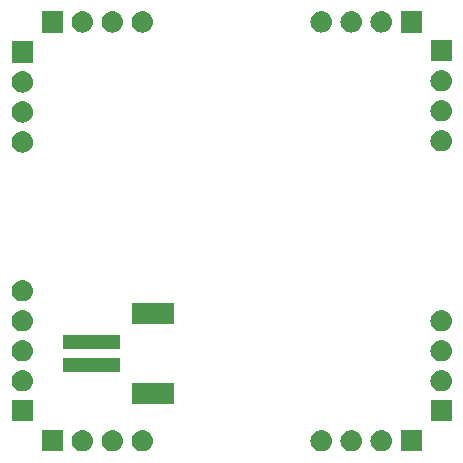
<source format=gbs>
G04 #@! TF.GenerationSoftware,KiCad,Pcbnew,5.0.2-5.0.2*
G04 #@! TF.CreationDate,2019-03-07T18:12:43+01:00*
G04 #@! TF.ProjectId,battery-manager,62617474-6572-4792-9d6d-616e61676572,rev?*
G04 #@! TF.SameCoordinates,PX7270e00PY5f5e100*
G04 #@! TF.FileFunction,Soldermask,Bot*
G04 #@! TF.FilePolarity,Negative*
%FSLAX46Y46*%
G04 Gerber Fmt 4.6, Leading zero omitted, Abs format (unit mm)*
G04 Created by KiCad (PCBNEW 5.0.2-5.0.2) date Do 07 Mär 2019 18:12:43 CET*
%MOMM*%
%LPD*%
G01*
G04 APERTURE LIST*
%ADD10C,0.100000*%
G04 APERTURE END LIST*
D10*
G36*
X35091000Y369000D02*
X33289000Y369000D01*
X33289000Y2171000D01*
X35091000Y2171000D01*
X35091000Y369000D01*
X35091000Y369000D01*
G37*
G36*
X31760442Y2164482D02*
X31826627Y2157963D01*
X31939853Y2123616D01*
X31996467Y2106443D01*
X32135087Y2032348D01*
X32152991Y2022778D01*
X32188729Y1993448D01*
X32290186Y1910186D01*
X32373448Y1808729D01*
X32402778Y1772991D01*
X32402779Y1772989D01*
X32486443Y1616467D01*
X32486443Y1616466D01*
X32537963Y1446627D01*
X32555359Y1270000D01*
X32537963Y1093373D01*
X32503616Y980147D01*
X32486443Y923533D01*
X32412348Y784913D01*
X32402778Y767009D01*
X32373448Y731271D01*
X32290186Y629814D01*
X32188729Y546552D01*
X32152991Y517222D01*
X32152989Y517221D01*
X31996467Y433557D01*
X31939853Y416384D01*
X31826627Y382037D01*
X31760442Y375518D01*
X31694260Y369000D01*
X31605740Y369000D01*
X31539557Y375519D01*
X31473373Y382037D01*
X31360147Y416384D01*
X31303533Y433557D01*
X31147011Y517221D01*
X31147009Y517222D01*
X31111271Y546552D01*
X31009814Y629814D01*
X30926552Y731271D01*
X30897222Y767009D01*
X30887652Y784913D01*
X30813557Y923533D01*
X30796384Y980147D01*
X30762037Y1093373D01*
X30744641Y1270000D01*
X30762037Y1446627D01*
X30813557Y1616466D01*
X30813557Y1616467D01*
X30897221Y1772989D01*
X30897222Y1772991D01*
X30926552Y1808729D01*
X31009814Y1910186D01*
X31111271Y1993448D01*
X31147009Y2022778D01*
X31164913Y2032348D01*
X31303533Y2106443D01*
X31360147Y2123616D01*
X31473373Y2157963D01*
X31539558Y2164482D01*
X31605740Y2171000D01*
X31694260Y2171000D01*
X31760442Y2164482D01*
X31760442Y2164482D01*
G37*
G36*
X11540442Y2164482D02*
X11606627Y2157963D01*
X11719853Y2123616D01*
X11776467Y2106443D01*
X11915087Y2032348D01*
X11932991Y2022778D01*
X11968729Y1993448D01*
X12070186Y1910186D01*
X12153448Y1808729D01*
X12182778Y1772991D01*
X12182779Y1772989D01*
X12266443Y1616467D01*
X12266443Y1616466D01*
X12317963Y1446627D01*
X12335359Y1270000D01*
X12317963Y1093373D01*
X12283616Y980147D01*
X12266443Y923533D01*
X12192348Y784913D01*
X12182778Y767009D01*
X12153448Y731271D01*
X12070186Y629814D01*
X11968729Y546552D01*
X11932991Y517222D01*
X11932989Y517221D01*
X11776467Y433557D01*
X11719853Y416384D01*
X11606627Y382037D01*
X11540442Y375518D01*
X11474260Y369000D01*
X11385740Y369000D01*
X11319557Y375519D01*
X11253373Y382037D01*
X11140147Y416384D01*
X11083533Y433557D01*
X10927011Y517221D01*
X10927009Y517222D01*
X10891271Y546552D01*
X10789814Y629814D01*
X10706552Y731271D01*
X10677222Y767009D01*
X10667652Y784913D01*
X10593557Y923533D01*
X10576384Y980147D01*
X10542037Y1093373D01*
X10524641Y1270000D01*
X10542037Y1446627D01*
X10593557Y1616466D01*
X10593557Y1616467D01*
X10677221Y1772989D01*
X10677222Y1772991D01*
X10706552Y1808729D01*
X10789814Y1910186D01*
X10891271Y1993448D01*
X10927009Y2022778D01*
X10944913Y2032348D01*
X11083533Y2106443D01*
X11140147Y2123616D01*
X11253373Y2157963D01*
X11319558Y2164482D01*
X11385740Y2171000D01*
X11474260Y2171000D01*
X11540442Y2164482D01*
X11540442Y2164482D01*
G37*
G36*
X9000442Y2164482D02*
X9066627Y2157963D01*
X9179853Y2123616D01*
X9236467Y2106443D01*
X9375087Y2032348D01*
X9392991Y2022778D01*
X9428729Y1993448D01*
X9530186Y1910186D01*
X9613448Y1808729D01*
X9642778Y1772991D01*
X9642779Y1772989D01*
X9726443Y1616467D01*
X9726443Y1616466D01*
X9777963Y1446627D01*
X9795359Y1270000D01*
X9777963Y1093373D01*
X9743616Y980147D01*
X9726443Y923533D01*
X9652348Y784913D01*
X9642778Y767009D01*
X9613448Y731271D01*
X9530186Y629814D01*
X9428729Y546552D01*
X9392991Y517222D01*
X9392989Y517221D01*
X9236467Y433557D01*
X9179853Y416384D01*
X9066627Y382037D01*
X9000442Y375518D01*
X8934260Y369000D01*
X8845740Y369000D01*
X8779557Y375519D01*
X8713373Y382037D01*
X8600147Y416384D01*
X8543533Y433557D01*
X8387011Y517221D01*
X8387009Y517222D01*
X8351271Y546552D01*
X8249814Y629814D01*
X8166552Y731271D01*
X8137222Y767009D01*
X8127652Y784913D01*
X8053557Y923533D01*
X8036384Y980147D01*
X8002037Y1093373D01*
X7984641Y1270000D01*
X8002037Y1446627D01*
X8053557Y1616466D01*
X8053557Y1616467D01*
X8137221Y1772989D01*
X8137222Y1772991D01*
X8166552Y1808729D01*
X8249814Y1910186D01*
X8351271Y1993448D01*
X8387009Y2022778D01*
X8404913Y2032348D01*
X8543533Y2106443D01*
X8600147Y2123616D01*
X8713373Y2157963D01*
X8779558Y2164482D01*
X8845740Y2171000D01*
X8934260Y2171000D01*
X9000442Y2164482D01*
X9000442Y2164482D01*
G37*
G36*
X6460442Y2164482D02*
X6526627Y2157963D01*
X6639853Y2123616D01*
X6696467Y2106443D01*
X6835087Y2032348D01*
X6852991Y2022778D01*
X6888729Y1993448D01*
X6990186Y1910186D01*
X7073448Y1808729D01*
X7102778Y1772991D01*
X7102779Y1772989D01*
X7186443Y1616467D01*
X7186443Y1616466D01*
X7237963Y1446627D01*
X7255359Y1270000D01*
X7237963Y1093373D01*
X7203616Y980147D01*
X7186443Y923533D01*
X7112348Y784913D01*
X7102778Y767009D01*
X7073448Y731271D01*
X6990186Y629814D01*
X6888729Y546552D01*
X6852991Y517222D01*
X6852989Y517221D01*
X6696467Y433557D01*
X6639853Y416384D01*
X6526627Y382037D01*
X6460442Y375518D01*
X6394260Y369000D01*
X6305740Y369000D01*
X6239557Y375519D01*
X6173373Y382037D01*
X6060147Y416384D01*
X6003533Y433557D01*
X5847011Y517221D01*
X5847009Y517222D01*
X5811271Y546552D01*
X5709814Y629814D01*
X5626552Y731271D01*
X5597222Y767009D01*
X5587652Y784913D01*
X5513557Y923533D01*
X5496384Y980147D01*
X5462037Y1093373D01*
X5444641Y1270000D01*
X5462037Y1446627D01*
X5513557Y1616466D01*
X5513557Y1616467D01*
X5597221Y1772989D01*
X5597222Y1772991D01*
X5626552Y1808729D01*
X5709814Y1910186D01*
X5811271Y1993448D01*
X5847009Y2022778D01*
X5864913Y2032348D01*
X6003533Y2106443D01*
X6060147Y2123616D01*
X6173373Y2157963D01*
X6239558Y2164482D01*
X6305740Y2171000D01*
X6394260Y2171000D01*
X6460442Y2164482D01*
X6460442Y2164482D01*
G37*
G36*
X4711000Y369000D02*
X2909000Y369000D01*
X2909000Y2171000D01*
X4711000Y2171000D01*
X4711000Y369000D01*
X4711000Y369000D01*
G37*
G36*
X26680442Y2164482D02*
X26746627Y2157963D01*
X26859853Y2123616D01*
X26916467Y2106443D01*
X27055087Y2032348D01*
X27072991Y2022778D01*
X27108729Y1993448D01*
X27210186Y1910186D01*
X27293448Y1808729D01*
X27322778Y1772991D01*
X27322779Y1772989D01*
X27406443Y1616467D01*
X27406443Y1616466D01*
X27457963Y1446627D01*
X27475359Y1270000D01*
X27457963Y1093373D01*
X27423616Y980147D01*
X27406443Y923533D01*
X27332348Y784913D01*
X27322778Y767009D01*
X27293448Y731271D01*
X27210186Y629814D01*
X27108729Y546552D01*
X27072991Y517222D01*
X27072989Y517221D01*
X26916467Y433557D01*
X26859853Y416384D01*
X26746627Y382037D01*
X26680442Y375518D01*
X26614260Y369000D01*
X26525740Y369000D01*
X26459557Y375519D01*
X26393373Y382037D01*
X26280147Y416384D01*
X26223533Y433557D01*
X26067011Y517221D01*
X26067009Y517222D01*
X26031271Y546552D01*
X25929814Y629814D01*
X25846552Y731271D01*
X25817222Y767009D01*
X25807652Y784913D01*
X25733557Y923533D01*
X25716384Y980147D01*
X25682037Y1093373D01*
X25664641Y1270000D01*
X25682037Y1446627D01*
X25733557Y1616466D01*
X25733557Y1616467D01*
X25817221Y1772989D01*
X25817222Y1772991D01*
X25846552Y1808729D01*
X25929814Y1910186D01*
X26031271Y1993448D01*
X26067009Y2022778D01*
X26084913Y2032348D01*
X26223533Y2106443D01*
X26280147Y2123616D01*
X26393373Y2157963D01*
X26459558Y2164482D01*
X26525740Y2171000D01*
X26614260Y2171000D01*
X26680442Y2164482D01*
X26680442Y2164482D01*
G37*
G36*
X29220442Y2164482D02*
X29286627Y2157963D01*
X29399853Y2123616D01*
X29456467Y2106443D01*
X29595087Y2032348D01*
X29612991Y2022778D01*
X29648729Y1993448D01*
X29750186Y1910186D01*
X29833448Y1808729D01*
X29862778Y1772991D01*
X29862779Y1772989D01*
X29946443Y1616467D01*
X29946443Y1616466D01*
X29997963Y1446627D01*
X30015359Y1270000D01*
X29997963Y1093373D01*
X29963616Y980147D01*
X29946443Y923533D01*
X29872348Y784913D01*
X29862778Y767009D01*
X29833448Y731271D01*
X29750186Y629814D01*
X29648729Y546552D01*
X29612991Y517222D01*
X29612989Y517221D01*
X29456467Y433557D01*
X29399853Y416384D01*
X29286627Y382037D01*
X29220442Y375518D01*
X29154260Y369000D01*
X29065740Y369000D01*
X28999557Y375519D01*
X28933373Y382037D01*
X28820147Y416384D01*
X28763533Y433557D01*
X28607011Y517221D01*
X28607009Y517222D01*
X28571271Y546552D01*
X28469814Y629814D01*
X28386552Y731271D01*
X28357222Y767009D01*
X28347652Y784913D01*
X28273557Y923533D01*
X28256384Y980147D01*
X28222037Y1093373D01*
X28204641Y1270000D01*
X28222037Y1446627D01*
X28273557Y1616466D01*
X28273557Y1616467D01*
X28357221Y1772989D01*
X28357222Y1772991D01*
X28386552Y1808729D01*
X28469814Y1910186D01*
X28571271Y1993448D01*
X28607009Y2022778D01*
X28624913Y2032348D01*
X28763533Y2106443D01*
X28820147Y2123616D01*
X28933373Y2157963D01*
X28999558Y2164482D01*
X29065740Y2171000D01*
X29154260Y2171000D01*
X29220442Y2164482D01*
X29220442Y2164482D01*
G37*
G36*
X2171000Y2909000D02*
X369000Y2909000D01*
X369000Y4711000D01*
X2171000Y4711000D01*
X2171000Y2909000D01*
X2171000Y2909000D01*
G37*
G36*
X37631000Y2909000D02*
X35829000Y2909000D01*
X35829000Y4711000D01*
X37631000Y4711000D01*
X37631000Y2909000D01*
X37631000Y2909000D01*
G37*
G36*
X14122629Y4348991D02*
X10520909Y4348991D01*
X10520909Y6149851D01*
X14122629Y6149851D01*
X14122629Y4348991D01*
X14122629Y4348991D01*
G37*
G36*
X36840442Y7244482D02*
X36906627Y7237963D01*
X37019853Y7203616D01*
X37076467Y7186443D01*
X37215087Y7112348D01*
X37232991Y7102778D01*
X37268729Y7073448D01*
X37370186Y6990186D01*
X37453448Y6888729D01*
X37482778Y6852991D01*
X37482779Y6852989D01*
X37566443Y6696467D01*
X37566443Y6696466D01*
X37617963Y6526627D01*
X37635359Y6350000D01*
X37617963Y6173373D01*
X37583616Y6060147D01*
X37566443Y6003533D01*
X37492348Y5864913D01*
X37482778Y5847009D01*
X37453448Y5811271D01*
X37370186Y5709814D01*
X37268729Y5626552D01*
X37232991Y5597222D01*
X37232989Y5597221D01*
X37076467Y5513557D01*
X37019853Y5496384D01*
X36906627Y5462037D01*
X36840442Y5455518D01*
X36774260Y5449000D01*
X36685740Y5449000D01*
X36619558Y5455518D01*
X36553373Y5462037D01*
X36440147Y5496384D01*
X36383533Y5513557D01*
X36227011Y5597221D01*
X36227009Y5597222D01*
X36191271Y5626552D01*
X36089814Y5709814D01*
X36006552Y5811271D01*
X35977222Y5847009D01*
X35967652Y5864913D01*
X35893557Y6003533D01*
X35876384Y6060147D01*
X35842037Y6173373D01*
X35824641Y6350000D01*
X35842037Y6526627D01*
X35893557Y6696466D01*
X35893557Y6696467D01*
X35977221Y6852989D01*
X35977222Y6852991D01*
X36006552Y6888729D01*
X36089814Y6990186D01*
X36191271Y7073448D01*
X36227009Y7102778D01*
X36244913Y7112348D01*
X36383533Y7186443D01*
X36440147Y7203616D01*
X36553373Y7237963D01*
X36619558Y7244482D01*
X36685740Y7251000D01*
X36774260Y7251000D01*
X36840442Y7244482D01*
X36840442Y7244482D01*
G37*
G36*
X1380442Y7244482D02*
X1446627Y7237963D01*
X1559853Y7203616D01*
X1616467Y7186443D01*
X1755087Y7112348D01*
X1772991Y7102778D01*
X1808729Y7073448D01*
X1910186Y6990186D01*
X1993448Y6888729D01*
X2022778Y6852991D01*
X2022779Y6852989D01*
X2106443Y6696467D01*
X2106443Y6696466D01*
X2157963Y6526627D01*
X2175359Y6350000D01*
X2157963Y6173373D01*
X2123616Y6060147D01*
X2106443Y6003533D01*
X2032348Y5864913D01*
X2022778Y5847009D01*
X1993448Y5811271D01*
X1910186Y5709814D01*
X1808729Y5626552D01*
X1772991Y5597222D01*
X1772989Y5597221D01*
X1616467Y5513557D01*
X1559853Y5496384D01*
X1446627Y5462037D01*
X1380442Y5455518D01*
X1314260Y5449000D01*
X1225740Y5449000D01*
X1159558Y5455518D01*
X1093373Y5462037D01*
X980147Y5496384D01*
X923533Y5513557D01*
X767011Y5597221D01*
X767009Y5597222D01*
X731271Y5626552D01*
X629814Y5709814D01*
X546552Y5811271D01*
X517222Y5847009D01*
X507652Y5864913D01*
X433557Y6003533D01*
X416384Y6060147D01*
X382037Y6173373D01*
X364641Y6350000D01*
X382037Y6526627D01*
X433557Y6696466D01*
X433557Y6696467D01*
X517221Y6852989D01*
X517222Y6852991D01*
X546552Y6888729D01*
X629814Y6990186D01*
X731271Y7073448D01*
X767009Y7102778D01*
X784913Y7112348D01*
X923533Y7186443D01*
X980147Y7203616D01*
X1093373Y7237963D01*
X1159558Y7244482D01*
X1225740Y7251000D01*
X1314260Y7251000D01*
X1380442Y7244482D01*
X1380442Y7244482D01*
G37*
G36*
X9526499Y7049011D02*
X4723359Y7049011D01*
X4723359Y8250431D01*
X9526499Y8250431D01*
X9526499Y7049011D01*
X9526499Y7049011D01*
G37*
G36*
X36840442Y9784482D02*
X36906627Y9777963D01*
X37019853Y9743616D01*
X37076467Y9726443D01*
X37215087Y9652348D01*
X37232991Y9642778D01*
X37268729Y9613448D01*
X37370186Y9530186D01*
X37453448Y9428729D01*
X37482778Y9392991D01*
X37482779Y9392989D01*
X37566443Y9236467D01*
X37566443Y9236466D01*
X37617963Y9066627D01*
X37635359Y8890000D01*
X37617963Y8713373D01*
X37583616Y8600147D01*
X37566443Y8543533D01*
X37492348Y8404913D01*
X37482778Y8387009D01*
X37453448Y8351271D01*
X37370186Y8249814D01*
X37268729Y8166552D01*
X37232991Y8137222D01*
X37232989Y8137221D01*
X37076467Y8053557D01*
X37019853Y8036384D01*
X36906627Y8002037D01*
X36840442Y7995518D01*
X36774260Y7989000D01*
X36685740Y7989000D01*
X36619558Y7995518D01*
X36553373Y8002037D01*
X36440147Y8036384D01*
X36383533Y8053557D01*
X36227011Y8137221D01*
X36227009Y8137222D01*
X36191271Y8166552D01*
X36089814Y8249814D01*
X36006552Y8351271D01*
X35977222Y8387009D01*
X35967652Y8404913D01*
X35893557Y8543533D01*
X35876384Y8600147D01*
X35842037Y8713373D01*
X35824641Y8890000D01*
X35842037Y9066627D01*
X35893557Y9236466D01*
X35893557Y9236467D01*
X35977221Y9392989D01*
X35977222Y9392991D01*
X36006552Y9428729D01*
X36089814Y9530186D01*
X36191271Y9613448D01*
X36227009Y9642778D01*
X36244913Y9652348D01*
X36383533Y9726443D01*
X36440147Y9743616D01*
X36553373Y9777963D01*
X36619558Y9784482D01*
X36685740Y9791000D01*
X36774260Y9791000D01*
X36840442Y9784482D01*
X36840442Y9784482D01*
G37*
G36*
X1380442Y9784482D02*
X1446627Y9777963D01*
X1559853Y9743616D01*
X1616467Y9726443D01*
X1755087Y9652348D01*
X1772991Y9642778D01*
X1808729Y9613448D01*
X1910186Y9530186D01*
X1993448Y9428729D01*
X2022778Y9392991D01*
X2022779Y9392989D01*
X2106443Y9236467D01*
X2106443Y9236466D01*
X2157963Y9066627D01*
X2175359Y8890000D01*
X2157963Y8713373D01*
X2123616Y8600147D01*
X2106443Y8543533D01*
X2032348Y8404913D01*
X2022778Y8387009D01*
X1993448Y8351271D01*
X1910186Y8249814D01*
X1808729Y8166552D01*
X1772991Y8137222D01*
X1772989Y8137221D01*
X1616467Y8053557D01*
X1559853Y8036384D01*
X1446627Y8002037D01*
X1380442Y7995518D01*
X1314260Y7989000D01*
X1225740Y7989000D01*
X1159558Y7995518D01*
X1093373Y8002037D01*
X980147Y8036384D01*
X923533Y8053557D01*
X767011Y8137221D01*
X767009Y8137222D01*
X731271Y8166552D01*
X629814Y8249814D01*
X546552Y8351271D01*
X517222Y8387009D01*
X507652Y8404913D01*
X433557Y8543533D01*
X416384Y8600147D01*
X382037Y8713373D01*
X364641Y8890000D01*
X382037Y9066627D01*
X433557Y9236466D01*
X433557Y9236467D01*
X517221Y9392989D01*
X517222Y9392991D01*
X546552Y9428729D01*
X629814Y9530186D01*
X731271Y9613448D01*
X767009Y9642778D01*
X784913Y9652348D01*
X923533Y9726443D01*
X980147Y9743616D01*
X1093373Y9777963D01*
X1159558Y9784482D01*
X1225740Y9791000D01*
X1314260Y9791000D01*
X1380442Y9784482D01*
X1380442Y9784482D01*
G37*
G36*
X9526499Y9045451D02*
X4723359Y9045451D01*
X4723359Y10246871D01*
X9526499Y10246871D01*
X9526499Y9045451D01*
X9526499Y9045451D01*
G37*
G36*
X36840442Y12324482D02*
X36906627Y12317963D01*
X37019853Y12283616D01*
X37076467Y12266443D01*
X37215087Y12192348D01*
X37232991Y12182778D01*
X37268729Y12153448D01*
X37370186Y12070186D01*
X37453448Y11968729D01*
X37482778Y11932991D01*
X37482779Y11932989D01*
X37566443Y11776467D01*
X37566443Y11776466D01*
X37617963Y11606627D01*
X37635359Y11430000D01*
X37617963Y11253373D01*
X37585401Y11146031D01*
X37566443Y11083533D01*
X37492348Y10944913D01*
X37482778Y10927009D01*
X37453448Y10891271D01*
X37370186Y10789814D01*
X37268729Y10706552D01*
X37232991Y10677222D01*
X37232989Y10677221D01*
X37076467Y10593557D01*
X37019853Y10576384D01*
X36906627Y10542037D01*
X36840443Y10535519D01*
X36774260Y10529000D01*
X36685740Y10529000D01*
X36619557Y10535519D01*
X36553373Y10542037D01*
X36440147Y10576384D01*
X36383533Y10593557D01*
X36227011Y10677221D01*
X36227009Y10677222D01*
X36191271Y10706552D01*
X36089814Y10789814D01*
X36006552Y10891271D01*
X35977222Y10927009D01*
X35967652Y10944913D01*
X35893557Y11083533D01*
X35874599Y11146031D01*
X35842037Y11253373D01*
X35824641Y11430000D01*
X35842037Y11606627D01*
X35893557Y11776466D01*
X35893557Y11776467D01*
X35977221Y11932989D01*
X35977222Y11932991D01*
X36006552Y11968729D01*
X36089814Y12070186D01*
X36191271Y12153448D01*
X36227009Y12182778D01*
X36244913Y12192348D01*
X36383533Y12266443D01*
X36440147Y12283616D01*
X36553373Y12317963D01*
X36619558Y12324482D01*
X36685740Y12331000D01*
X36774260Y12331000D01*
X36840442Y12324482D01*
X36840442Y12324482D01*
G37*
G36*
X1380442Y12324482D02*
X1446627Y12317963D01*
X1559853Y12283616D01*
X1616467Y12266443D01*
X1755087Y12192348D01*
X1772991Y12182778D01*
X1808729Y12153448D01*
X1910186Y12070186D01*
X1993448Y11968729D01*
X2022778Y11932991D01*
X2022779Y11932989D01*
X2106443Y11776467D01*
X2106443Y11776466D01*
X2157963Y11606627D01*
X2175359Y11430000D01*
X2157963Y11253373D01*
X2125401Y11146031D01*
X2106443Y11083533D01*
X2032348Y10944913D01*
X2022778Y10927009D01*
X1993448Y10891271D01*
X1910186Y10789814D01*
X1808729Y10706552D01*
X1772991Y10677222D01*
X1772989Y10677221D01*
X1616467Y10593557D01*
X1559853Y10576384D01*
X1446627Y10542037D01*
X1380443Y10535519D01*
X1314260Y10529000D01*
X1225740Y10529000D01*
X1159557Y10535519D01*
X1093373Y10542037D01*
X980147Y10576384D01*
X923533Y10593557D01*
X767011Y10677221D01*
X767009Y10677222D01*
X731271Y10706552D01*
X629814Y10789814D01*
X546552Y10891271D01*
X517222Y10927009D01*
X507652Y10944913D01*
X433557Y11083533D01*
X414599Y11146031D01*
X382037Y11253373D01*
X364641Y11430000D01*
X382037Y11606627D01*
X433557Y11776466D01*
X433557Y11776467D01*
X517221Y11932989D01*
X517222Y11932991D01*
X546552Y11968729D01*
X629814Y12070186D01*
X731271Y12153448D01*
X767009Y12182778D01*
X784913Y12192348D01*
X923533Y12266443D01*
X980147Y12283616D01*
X1093373Y12317963D01*
X1159558Y12324482D01*
X1225740Y12331000D01*
X1314260Y12331000D01*
X1380442Y12324482D01*
X1380442Y12324482D01*
G37*
G36*
X14122629Y11146031D02*
X10520909Y11146031D01*
X10520909Y12946891D01*
X14122629Y12946891D01*
X14122629Y11146031D01*
X14122629Y11146031D01*
G37*
G36*
X1380443Y14864481D02*
X1446627Y14857963D01*
X1559853Y14823616D01*
X1616467Y14806443D01*
X1755087Y14732348D01*
X1772991Y14722778D01*
X1808729Y14693448D01*
X1910186Y14610186D01*
X1993448Y14508729D01*
X2022778Y14472991D01*
X2022779Y14472989D01*
X2106443Y14316467D01*
X2106443Y14316466D01*
X2157963Y14146627D01*
X2175359Y13970000D01*
X2157963Y13793373D01*
X2123616Y13680147D01*
X2106443Y13623533D01*
X2032348Y13484913D01*
X2022778Y13467009D01*
X1993448Y13431271D01*
X1910186Y13329814D01*
X1808729Y13246552D01*
X1772991Y13217222D01*
X1772989Y13217221D01*
X1616467Y13133557D01*
X1559853Y13116384D01*
X1446627Y13082037D01*
X1380442Y13075518D01*
X1314260Y13069000D01*
X1225740Y13069000D01*
X1159558Y13075518D01*
X1093373Y13082037D01*
X980147Y13116384D01*
X923533Y13133557D01*
X767011Y13217221D01*
X767009Y13217222D01*
X731271Y13246552D01*
X629814Y13329814D01*
X546552Y13431271D01*
X517222Y13467009D01*
X507652Y13484913D01*
X433557Y13623533D01*
X416384Y13680147D01*
X382037Y13793373D01*
X364641Y13970000D01*
X382037Y14146627D01*
X433557Y14316466D01*
X433557Y14316467D01*
X517221Y14472989D01*
X517222Y14472991D01*
X546552Y14508729D01*
X629814Y14610186D01*
X731271Y14693448D01*
X767009Y14722778D01*
X784913Y14732348D01*
X923533Y14806443D01*
X980147Y14823616D01*
X1093373Y14857963D01*
X1159557Y14864481D01*
X1225740Y14871000D01*
X1314260Y14871000D01*
X1380443Y14864481D01*
X1380443Y14864481D01*
G37*
G36*
X1380443Y27464481D02*
X1446627Y27457963D01*
X1559853Y27423616D01*
X1616467Y27406443D01*
X1755087Y27332348D01*
X1772991Y27322778D01*
X1808729Y27293448D01*
X1910186Y27210186D01*
X1993448Y27108729D01*
X2022778Y27072991D01*
X2022779Y27072989D01*
X2106443Y26916467D01*
X2106443Y26916466D01*
X2157963Y26746627D01*
X2175359Y26570000D01*
X2157963Y26393373D01*
X2136777Y26323533D01*
X2106443Y26223533D01*
X2076231Y26167011D01*
X2022778Y26067009D01*
X1993448Y26031271D01*
X1910186Y25929814D01*
X1808729Y25846552D01*
X1772991Y25817222D01*
X1772989Y25817221D01*
X1616467Y25733557D01*
X1559853Y25716384D01*
X1446627Y25682037D01*
X1380442Y25675518D01*
X1314260Y25669000D01*
X1225740Y25669000D01*
X1159558Y25675518D01*
X1093373Y25682037D01*
X980147Y25716384D01*
X923533Y25733557D01*
X767011Y25817221D01*
X767009Y25817222D01*
X731271Y25846552D01*
X629814Y25929814D01*
X546552Y26031271D01*
X517222Y26067009D01*
X463769Y26167011D01*
X433557Y26223533D01*
X403223Y26323533D01*
X382037Y26393373D01*
X364641Y26570000D01*
X382037Y26746627D01*
X433557Y26916466D01*
X433557Y26916467D01*
X517221Y27072989D01*
X517222Y27072991D01*
X546552Y27108729D01*
X629814Y27210186D01*
X731271Y27293448D01*
X767009Y27322778D01*
X784913Y27332348D01*
X923533Y27406443D01*
X980147Y27423616D01*
X1093373Y27457963D01*
X1159557Y27464481D01*
X1225740Y27471000D01*
X1314260Y27471000D01*
X1380443Y27464481D01*
X1380443Y27464481D01*
G37*
G36*
X36840442Y27564482D02*
X36906627Y27557963D01*
X37019853Y27523616D01*
X37076467Y27506443D01*
X37142775Y27471000D01*
X37232991Y27422778D01*
X37252895Y27406443D01*
X37370186Y27310186D01*
X37452253Y27210186D01*
X37482778Y27172991D01*
X37482779Y27172989D01*
X37566443Y27016467D01*
X37566443Y27016466D01*
X37617963Y26846627D01*
X37635359Y26670000D01*
X37617963Y26493373D01*
X37587629Y26393375D01*
X37566443Y26323533D01*
X37512991Y26223533D01*
X37482778Y26167009D01*
X37453448Y26131271D01*
X37370186Y26029814D01*
X37268729Y25946552D01*
X37232991Y25917222D01*
X37232989Y25917221D01*
X37076467Y25833557D01*
X37022617Y25817222D01*
X36906627Y25782037D01*
X36840443Y25775519D01*
X36774260Y25769000D01*
X36685740Y25769000D01*
X36619557Y25775519D01*
X36553373Y25782037D01*
X36437383Y25817222D01*
X36383533Y25833557D01*
X36227011Y25917221D01*
X36227009Y25917222D01*
X36191271Y25946552D01*
X36089814Y26029814D01*
X36006552Y26131271D01*
X35977222Y26167009D01*
X35947009Y26223533D01*
X35893557Y26323533D01*
X35872371Y26393375D01*
X35842037Y26493373D01*
X35824641Y26670000D01*
X35842037Y26846627D01*
X35893557Y27016466D01*
X35893557Y27016467D01*
X35977221Y27172989D01*
X35977222Y27172991D01*
X36007747Y27210186D01*
X36089814Y27310186D01*
X36207105Y27406443D01*
X36227009Y27422778D01*
X36317225Y27471000D01*
X36383533Y27506443D01*
X36440147Y27523616D01*
X36553373Y27557963D01*
X36619558Y27564482D01*
X36685740Y27571000D01*
X36774260Y27571000D01*
X36840442Y27564482D01*
X36840442Y27564482D01*
G37*
G36*
X1380442Y30004482D02*
X1446627Y29997963D01*
X1559853Y29963616D01*
X1616467Y29946443D01*
X1755087Y29872348D01*
X1772991Y29862778D01*
X1808729Y29833448D01*
X1910186Y29750186D01*
X1993448Y29648729D01*
X2022778Y29612991D01*
X2022779Y29612989D01*
X2106443Y29456467D01*
X2106443Y29456466D01*
X2157963Y29286627D01*
X2175359Y29110000D01*
X2157963Y28933373D01*
X2136777Y28863533D01*
X2106443Y28763533D01*
X2076231Y28707011D01*
X2022778Y28607009D01*
X1993448Y28571271D01*
X1910186Y28469814D01*
X1808729Y28386552D01*
X1772991Y28357222D01*
X1772989Y28357221D01*
X1616467Y28273557D01*
X1559853Y28256384D01*
X1446627Y28222037D01*
X1380443Y28215519D01*
X1314260Y28209000D01*
X1225740Y28209000D01*
X1159557Y28215519D01*
X1093373Y28222037D01*
X980147Y28256384D01*
X923533Y28273557D01*
X767011Y28357221D01*
X767009Y28357222D01*
X731271Y28386552D01*
X629814Y28469814D01*
X546552Y28571271D01*
X517222Y28607009D01*
X463769Y28707011D01*
X433557Y28763533D01*
X403223Y28863533D01*
X382037Y28933373D01*
X364641Y29110000D01*
X382037Y29286627D01*
X433557Y29456466D01*
X433557Y29456467D01*
X517221Y29612989D01*
X517222Y29612991D01*
X546552Y29648729D01*
X629814Y29750186D01*
X731271Y29833448D01*
X767009Y29862778D01*
X784913Y29872348D01*
X923533Y29946443D01*
X980147Y29963616D01*
X1093373Y29997963D01*
X1159558Y30004482D01*
X1225740Y30011000D01*
X1314260Y30011000D01*
X1380442Y30004482D01*
X1380442Y30004482D01*
G37*
G36*
X36840442Y30104482D02*
X36906627Y30097963D01*
X37019853Y30063616D01*
X37076467Y30046443D01*
X37142775Y30011000D01*
X37232991Y29962778D01*
X37252895Y29946443D01*
X37370186Y29850186D01*
X37452253Y29750186D01*
X37482778Y29712991D01*
X37482779Y29712989D01*
X37566443Y29556467D01*
X37566443Y29556466D01*
X37617963Y29386627D01*
X37635359Y29210000D01*
X37617963Y29033373D01*
X37587629Y28933375D01*
X37566443Y28863533D01*
X37512991Y28763533D01*
X37482778Y28707009D01*
X37453448Y28671271D01*
X37370186Y28569814D01*
X37268729Y28486552D01*
X37232991Y28457222D01*
X37232989Y28457221D01*
X37076467Y28373557D01*
X37022617Y28357222D01*
X36906627Y28322037D01*
X36840442Y28315518D01*
X36774260Y28309000D01*
X36685740Y28309000D01*
X36619558Y28315518D01*
X36553373Y28322037D01*
X36437383Y28357222D01*
X36383533Y28373557D01*
X36227011Y28457221D01*
X36227009Y28457222D01*
X36191271Y28486552D01*
X36089814Y28569814D01*
X36006552Y28671271D01*
X35977222Y28707009D01*
X35947009Y28763533D01*
X35893557Y28863533D01*
X35872371Y28933375D01*
X35842037Y29033373D01*
X35824641Y29210000D01*
X35842037Y29386627D01*
X35893557Y29556466D01*
X35893557Y29556467D01*
X35977221Y29712989D01*
X35977222Y29712991D01*
X36007747Y29750186D01*
X36089814Y29850186D01*
X36207105Y29946443D01*
X36227009Y29962778D01*
X36317225Y30011000D01*
X36383533Y30046443D01*
X36440147Y30063616D01*
X36553373Y30097963D01*
X36619558Y30104482D01*
X36685740Y30111000D01*
X36774260Y30111000D01*
X36840442Y30104482D01*
X36840442Y30104482D01*
G37*
G36*
X1380442Y32544482D02*
X1446627Y32537963D01*
X1559853Y32503616D01*
X1616467Y32486443D01*
X1755087Y32412348D01*
X1772991Y32402778D01*
X1808729Y32373448D01*
X1910186Y32290186D01*
X1993448Y32188729D01*
X2022778Y32152991D01*
X2022779Y32152989D01*
X2106443Y31996467D01*
X2106443Y31996466D01*
X2157963Y31826627D01*
X2175359Y31650000D01*
X2157963Y31473373D01*
X2136777Y31403533D01*
X2106443Y31303533D01*
X2076231Y31247011D01*
X2022778Y31147009D01*
X1993448Y31111271D01*
X1910186Y31009814D01*
X1808729Y30926552D01*
X1772991Y30897222D01*
X1772989Y30897221D01*
X1616467Y30813557D01*
X1559853Y30796384D01*
X1446627Y30762037D01*
X1380442Y30755518D01*
X1314260Y30749000D01*
X1225740Y30749000D01*
X1159558Y30755518D01*
X1093373Y30762037D01*
X980147Y30796384D01*
X923533Y30813557D01*
X767011Y30897221D01*
X767009Y30897222D01*
X731271Y30926552D01*
X629814Y31009814D01*
X546552Y31111271D01*
X517222Y31147009D01*
X463769Y31247011D01*
X433557Y31303533D01*
X403223Y31403533D01*
X382037Y31473373D01*
X364641Y31650000D01*
X382037Y31826627D01*
X433557Y31996466D01*
X433557Y31996467D01*
X517221Y32152989D01*
X517222Y32152991D01*
X546552Y32188729D01*
X629814Y32290186D01*
X731271Y32373448D01*
X767009Y32402778D01*
X784913Y32412348D01*
X923533Y32486443D01*
X980147Y32503616D01*
X1093373Y32537963D01*
X1159558Y32544482D01*
X1225740Y32551000D01*
X1314260Y32551000D01*
X1380442Y32544482D01*
X1380442Y32544482D01*
G37*
G36*
X36840443Y32644481D02*
X36906627Y32637963D01*
X37019853Y32603616D01*
X37076467Y32586443D01*
X37142775Y32551000D01*
X37232991Y32502778D01*
X37252895Y32486443D01*
X37370186Y32390186D01*
X37452253Y32290186D01*
X37482778Y32252991D01*
X37482779Y32252989D01*
X37566443Y32096467D01*
X37566443Y32096466D01*
X37617963Y31926627D01*
X37635359Y31750000D01*
X37617963Y31573373D01*
X37587629Y31473375D01*
X37566443Y31403533D01*
X37512991Y31303533D01*
X37482778Y31247009D01*
X37453448Y31211271D01*
X37370186Y31109814D01*
X37268729Y31026552D01*
X37232991Y30997222D01*
X37232989Y30997221D01*
X37076467Y30913557D01*
X37022617Y30897222D01*
X36906627Y30862037D01*
X36840443Y30855519D01*
X36774260Y30849000D01*
X36685740Y30849000D01*
X36619557Y30855519D01*
X36553373Y30862037D01*
X36437383Y30897222D01*
X36383533Y30913557D01*
X36227011Y30997221D01*
X36227009Y30997222D01*
X36191271Y31026552D01*
X36089814Y31109814D01*
X36006552Y31211271D01*
X35977222Y31247009D01*
X35947009Y31303533D01*
X35893557Y31403533D01*
X35872371Y31473375D01*
X35842037Y31573373D01*
X35824641Y31750000D01*
X35842037Y31926627D01*
X35893557Y32096466D01*
X35893557Y32096467D01*
X35977221Y32252989D01*
X35977222Y32252991D01*
X36007747Y32290186D01*
X36089814Y32390186D01*
X36207105Y32486443D01*
X36227009Y32502778D01*
X36317225Y32551000D01*
X36383533Y32586443D01*
X36440147Y32603616D01*
X36553373Y32637963D01*
X36619557Y32644481D01*
X36685740Y32651000D01*
X36774260Y32651000D01*
X36840443Y32644481D01*
X36840443Y32644481D01*
G37*
G36*
X2171000Y33289000D02*
X369000Y33289000D01*
X369000Y35091000D01*
X2171000Y35091000D01*
X2171000Y33289000D01*
X2171000Y33289000D01*
G37*
G36*
X37631000Y33389000D02*
X35829000Y33389000D01*
X35829000Y35191000D01*
X37631000Y35191000D01*
X37631000Y33389000D01*
X37631000Y33389000D01*
G37*
G36*
X26680443Y37624481D02*
X26746627Y37617963D01*
X26859853Y37583616D01*
X26916467Y37566443D01*
X27055087Y37492348D01*
X27072991Y37482778D01*
X27108729Y37453448D01*
X27210186Y37370186D01*
X27293448Y37268729D01*
X27322778Y37232991D01*
X27322779Y37232989D01*
X27406443Y37076467D01*
X27406443Y37076466D01*
X27457963Y36906627D01*
X27475359Y36730000D01*
X27457963Y36553373D01*
X27423616Y36440147D01*
X27406443Y36383533D01*
X27332348Y36244913D01*
X27322778Y36227009D01*
X27293448Y36191271D01*
X27210186Y36089814D01*
X27108729Y36006552D01*
X27072991Y35977222D01*
X27072989Y35977221D01*
X26916467Y35893557D01*
X26859853Y35876384D01*
X26746627Y35842037D01*
X26680442Y35835518D01*
X26614260Y35829000D01*
X26525740Y35829000D01*
X26459558Y35835518D01*
X26393373Y35842037D01*
X26280147Y35876384D01*
X26223533Y35893557D01*
X26067011Y35977221D01*
X26067009Y35977222D01*
X26031271Y36006552D01*
X25929814Y36089814D01*
X25846552Y36191271D01*
X25817222Y36227009D01*
X25807652Y36244913D01*
X25733557Y36383533D01*
X25716384Y36440147D01*
X25682037Y36553373D01*
X25664641Y36730000D01*
X25682037Y36906627D01*
X25733557Y37076466D01*
X25733557Y37076467D01*
X25817221Y37232989D01*
X25817222Y37232991D01*
X25846552Y37268729D01*
X25929814Y37370186D01*
X26031271Y37453448D01*
X26067009Y37482778D01*
X26084913Y37492348D01*
X26223533Y37566443D01*
X26280147Y37583616D01*
X26393373Y37617963D01*
X26459557Y37624481D01*
X26525740Y37631000D01*
X26614260Y37631000D01*
X26680443Y37624481D01*
X26680443Y37624481D01*
G37*
G36*
X29220443Y37624481D02*
X29286627Y37617963D01*
X29399853Y37583616D01*
X29456467Y37566443D01*
X29595087Y37492348D01*
X29612991Y37482778D01*
X29648729Y37453448D01*
X29750186Y37370186D01*
X29833448Y37268729D01*
X29862778Y37232991D01*
X29862779Y37232989D01*
X29946443Y37076467D01*
X29946443Y37076466D01*
X29997963Y36906627D01*
X30015359Y36730000D01*
X29997963Y36553373D01*
X29963616Y36440147D01*
X29946443Y36383533D01*
X29872348Y36244913D01*
X29862778Y36227009D01*
X29833448Y36191271D01*
X29750186Y36089814D01*
X29648729Y36006552D01*
X29612991Y35977222D01*
X29612989Y35977221D01*
X29456467Y35893557D01*
X29399853Y35876384D01*
X29286627Y35842037D01*
X29220442Y35835518D01*
X29154260Y35829000D01*
X29065740Y35829000D01*
X28999558Y35835518D01*
X28933373Y35842037D01*
X28820147Y35876384D01*
X28763533Y35893557D01*
X28607011Y35977221D01*
X28607009Y35977222D01*
X28571271Y36006552D01*
X28469814Y36089814D01*
X28386552Y36191271D01*
X28357222Y36227009D01*
X28347652Y36244913D01*
X28273557Y36383533D01*
X28256384Y36440147D01*
X28222037Y36553373D01*
X28204641Y36730000D01*
X28222037Y36906627D01*
X28273557Y37076466D01*
X28273557Y37076467D01*
X28357221Y37232989D01*
X28357222Y37232991D01*
X28386552Y37268729D01*
X28469814Y37370186D01*
X28571271Y37453448D01*
X28607009Y37482778D01*
X28624913Y37492348D01*
X28763533Y37566443D01*
X28820147Y37583616D01*
X28933373Y37617963D01*
X28999557Y37624481D01*
X29065740Y37631000D01*
X29154260Y37631000D01*
X29220443Y37624481D01*
X29220443Y37624481D01*
G37*
G36*
X11540443Y37624481D02*
X11606627Y37617963D01*
X11719853Y37583616D01*
X11776467Y37566443D01*
X11915087Y37492348D01*
X11932991Y37482778D01*
X11968729Y37453448D01*
X12070186Y37370186D01*
X12153448Y37268729D01*
X12182778Y37232991D01*
X12182779Y37232989D01*
X12266443Y37076467D01*
X12266443Y37076466D01*
X12317963Y36906627D01*
X12335359Y36730000D01*
X12317963Y36553373D01*
X12283616Y36440147D01*
X12266443Y36383533D01*
X12192348Y36244913D01*
X12182778Y36227009D01*
X12153448Y36191271D01*
X12070186Y36089814D01*
X11968729Y36006552D01*
X11932991Y35977222D01*
X11932989Y35977221D01*
X11776467Y35893557D01*
X11719853Y35876384D01*
X11606627Y35842037D01*
X11540442Y35835518D01*
X11474260Y35829000D01*
X11385740Y35829000D01*
X11319558Y35835518D01*
X11253373Y35842037D01*
X11140147Y35876384D01*
X11083533Y35893557D01*
X10927011Y35977221D01*
X10927009Y35977222D01*
X10891271Y36006552D01*
X10789814Y36089814D01*
X10706552Y36191271D01*
X10677222Y36227009D01*
X10667652Y36244913D01*
X10593557Y36383533D01*
X10576384Y36440147D01*
X10542037Y36553373D01*
X10524641Y36730000D01*
X10542037Y36906627D01*
X10593557Y37076466D01*
X10593557Y37076467D01*
X10677221Y37232989D01*
X10677222Y37232991D01*
X10706552Y37268729D01*
X10789814Y37370186D01*
X10891271Y37453448D01*
X10927009Y37482778D01*
X10944913Y37492348D01*
X11083533Y37566443D01*
X11140147Y37583616D01*
X11253373Y37617963D01*
X11319557Y37624481D01*
X11385740Y37631000D01*
X11474260Y37631000D01*
X11540443Y37624481D01*
X11540443Y37624481D01*
G37*
G36*
X9000443Y37624481D02*
X9066627Y37617963D01*
X9179853Y37583616D01*
X9236467Y37566443D01*
X9375087Y37492348D01*
X9392991Y37482778D01*
X9428729Y37453448D01*
X9530186Y37370186D01*
X9613448Y37268729D01*
X9642778Y37232991D01*
X9642779Y37232989D01*
X9726443Y37076467D01*
X9726443Y37076466D01*
X9777963Y36906627D01*
X9795359Y36730000D01*
X9777963Y36553373D01*
X9743616Y36440147D01*
X9726443Y36383533D01*
X9652348Y36244913D01*
X9642778Y36227009D01*
X9613448Y36191271D01*
X9530186Y36089814D01*
X9428729Y36006552D01*
X9392991Y35977222D01*
X9392989Y35977221D01*
X9236467Y35893557D01*
X9179853Y35876384D01*
X9066627Y35842037D01*
X9000442Y35835518D01*
X8934260Y35829000D01*
X8845740Y35829000D01*
X8779558Y35835518D01*
X8713373Y35842037D01*
X8600147Y35876384D01*
X8543533Y35893557D01*
X8387011Y35977221D01*
X8387009Y35977222D01*
X8351271Y36006552D01*
X8249814Y36089814D01*
X8166552Y36191271D01*
X8137222Y36227009D01*
X8127652Y36244913D01*
X8053557Y36383533D01*
X8036384Y36440147D01*
X8002037Y36553373D01*
X7984641Y36730000D01*
X8002037Y36906627D01*
X8053557Y37076466D01*
X8053557Y37076467D01*
X8137221Y37232989D01*
X8137222Y37232991D01*
X8166552Y37268729D01*
X8249814Y37370186D01*
X8351271Y37453448D01*
X8387009Y37482778D01*
X8404913Y37492348D01*
X8543533Y37566443D01*
X8600147Y37583616D01*
X8713373Y37617963D01*
X8779557Y37624481D01*
X8845740Y37631000D01*
X8934260Y37631000D01*
X9000443Y37624481D01*
X9000443Y37624481D01*
G37*
G36*
X31760443Y37624481D02*
X31826627Y37617963D01*
X31939853Y37583616D01*
X31996467Y37566443D01*
X32135087Y37492348D01*
X32152991Y37482778D01*
X32188729Y37453448D01*
X32290186Y37370186D01*
X32373448Y37268729D01*
X32402778Y37232991D01*
X32402779Y37232989D01*
X32486443Y37076467D01*
X32486443Y37076466D01*
X32537963Y36906627D01*
X32555359Y36730000D01*
X32537963Y36553373D01*
X32503616Y36440147D01*
X32486443Y36383533D01*
X32412348Y36244913D01*
X32402778Y36227009D01*
X32373448Y36191271D01*
X32290186Y36089814D01*
X32188729Y36006552D01*
X32152991Y35977222D01*
X32152989Y35977221D01*
X31996467Y35893557D01*
X31939853Y35876384D01*
X31826627Y35842037D01*
X31760442Y35835518D01*
X31694260Y35829000D01*
X31605740Y35829000D01*
X31539558Y35835518D01*
X31473373Y35842037D01*
X31360147Y35876384D01*
X31303533Y35893557D01*
X31147011Y35977221D01*
X31147009Y35977222D01*
X31111271Y36006552D01*
X31009814Y36089814D01*
X30926552Y36191271D01*
X30897222Y36227009D01*
X30887652Y36244913D01*
X30813557Y36383533D01*
X30796384Y36440147D01*
X30762037Y36553373D01*
X30744641Y36730000D01*
X30762037Y36906627D01*
X30813557Y37076466D01*
X30813557Y37076467D01*
X30897221Y37232989D01*
X30897222Y37232991D01*
X30926552Y37268729D01*
X31009814Y37370186D01*
X31111271Y37453448D01*
X31147009Y37482778D01*
X31164913Y37492348D01*
X31303533Y37566443D01*
X31360147Y37583616D01*
X31473373Y37617963D01*
X31539557Y37624481D01*
X31605740Y37631000D01*
X31694260Y37631000D01*
X31760443Y37624481D01*
X31760443Y37624481D01*
G37*
G36*
X35091000Y35829000D02*
X33289000Y35829000D01*
X33289000Y37631000D01*
X35091000Y37631000D01*
X35091000Y35829000D01*
X35091000Y35829000D01*
G37*
G36*
X6460443Y37624481D02*
X6526627Y37617963D01*
X6639853Y37583616D01*
X6696467Y37566443D01*
X6835087Y37492348D01*
X6852991Y37482778D01*
X6888729Y37453448D01*
X6990186Y37370186D01*
X7073448Y37268729D01*
X7102778Y37232991D01*
X7102779Y37232989D01*
X7186443Y37076467D01*
X7186443Y37076466D01*
X7237963Y36906627D01*
X7255359Y36730000D01*
X7237963Y36553373D01*
X7203616Y36440147D01*
X7186443Y36383533D01*
X7112348Y36244913D01*
X7102778Y36227009D01*
X7073448Y36191271D01*
X6990186Y36089814D01*
X6888729Y36006552D01*
X6852991Y35977222D01*
X6852989Y35977221D01*
X6696467Y35893557D01*
X6639853Y35876384D01*
X6526627Y35842037D01*
X6460442Y35835518D01*
X6394260Y35829000D01*
X6305740Y35829000D01*
X6239558Y35835518D01*
X6173373Y35842037D01*
X6060147Y35876384D01*
X6003533Y35893557D01*
X5847011Y35977221D01*
X5847009Y35977222D01*
X5811271Y36006552D01*
X5709814Y36089814D01*
X5626552Y36191271D01*
X5597222Y36227009D01*
X5587652Y36244913D01*
X5513557Y36383533D01*
X5496384Y36440147D01*
X5462037Y36553373D01*
X5444641Y36730000D01*
X5462037Y36906627D01*
X5513557Y37076466D01*
X5513557Y37076467D01*
X5597221Y37232989D01*
X5597222Y37232991D01*
X5626552Y37268729D01*
X5709814Y37370186D01*
X5811271Y37453448D01*
X5847009Y37482778D01*
X5864913Y37492348D01*
X6003533Y37566443D01*
X6060147Y37583616D01*
X6173373Y37617963D01*
X6239557Y37624481D01*
X6305740Y37631000D01*
X6394260Y37631000D01*
X6460443Y37624481D01*
X6460443Y37624481D01*
G37*
G36*
X4711000Y35829000D02*
X2909000Y35829000D01*
X2909000Y37631000D01*
X4711000Y37631000D01*
X4711000Y35829000D01*
X4711000Y35829000D01*
G37*
M02*

</source>
